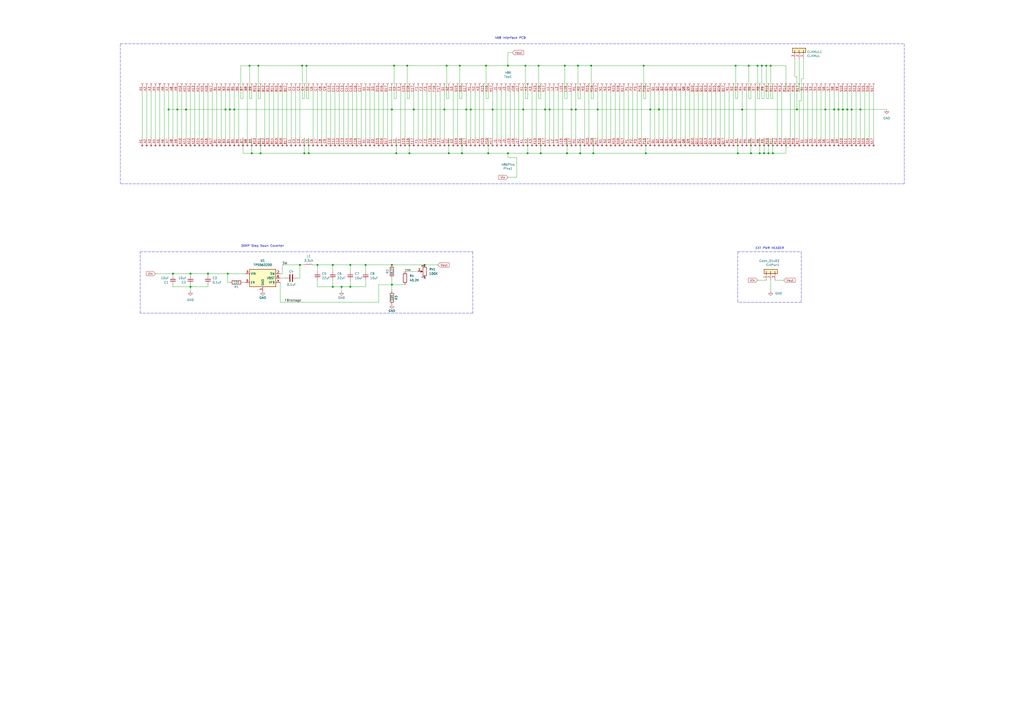
<source format=kicad_sch>
(kicad_sch (version 20211123) (generator eeschema)
  (paper "A2")
  (title_block (title "486SocketBlaster") (date "Jan 8 2023") (rev "0.3") (company "ScrapComputing"))
  (lib_symbols
    (symbol "486SocketBlaster:486Pins" (pin_names (offset 1.016) hide)
      (property "Reference" "J" (at 2.54 215.9 0))
      (property "Value" "486Pins" (at -5.08 1.27 0))
      (symbol "486Pins_1_1"
        (pin passive line (at 5.08 212.09 180) (length 3.81) (name "Pin_1") (number "A1"))
        (pin passive line (at 5.08 189.23 180) (length 3.81) (name "Pin_10") (number "A10"))
        (pin passive line (at 5.08 186.69 180) (length 3.81) (name "Pin_11") (number "A11"))
        (pin passive line (at 5.08 184.15 180) (length 3.81) (name "Pin_12") (number "A12"))
        (pin passive line (at 5.08 181.61 180) (length 3.81) (name "Pin_13") (number "A13"))
        (pin passive line (at 5.08 179.07 180) (length 3.81) (name "Pin_14") (number "A14"))
        (pin passive line (at 5.08 176.53 180) (length 3.81) (name "Pin_15") (number "A15"))
        (pin passive line (at 5.08 173.99 180) (length 3.81) (name "Pin_16") (number "A16"))
        (pin passive line (at 5.08 171.45 180) (length 3.81) (name "Pin_17") (number "A17"))
        (pin passive line (at 5.08 209.55 180) (length 3.81) (name "Pin_2") (number "A2"))
        (pin passive line (at 5.08 207.01 180) (length 3.81) (name "Pin_3") (number "A3"))
        (pin passive line (at 5.08 204.47 180) (length 3.81) (name "Pin_4") (number "A4"))
        (pin passive line (at 5.08 201.93 180) (length 3.81) (name "Pin_5") (number "A5"))
        (pin passive line (at 5.08 199.39 180) (length 3.81) (name "Pin_6") (number "A6"))
        (pin passive line (at 5.08 196.85 180) (length 3.81) (name "Pin_7") (number "A7"))
        (pin passive line (at 5.08 194.31 180) (length 3.81) (name "Pin_8") (number "A8"))
        (pin passive line (at 5.08 191.77 180) (length 3.81) (name "Pin_9") (number "A9"))
        (pin passive line (at 5.08 168.91 180) (length 3.81) (name "Pin_1") (number "B1"))
        (pin passive line (at 5.08 146.05 180) (length 3.81) (name "Pin_10") (number "B10"))
        (pin passive line (at 5.08 143.51 180) (length 3.81) (name "Pin_11") (number "B11"))
        (pin passive line (at 5.08 140.97 180) (length 3.81) (name "Pin_12") (number "B12"))
        (pin passive line (at 5.08 138.43 180) (length 3.81) (name "Pin_13") (number "B13"))
        (pin passive line (at 5.08 135.89 180) (length 3.81) (name "Pin_14") (number "B14"))
        (pin passive line (at 5.08 133.35 180) (length 3.81) (name "Pin_15") (number "B15"))
        (pin passive line (at 5.08 130.81 180) (length 3.81) (name "Pin_16") (number "B16"))
        (pin passive line (at 5.08 128.27 180) (length 3.81) (name "Pin_17") (number "B17"))
        (pin passive line (at 5.08 166.37 180) (length 3.81) (name "Pin_2") (number "B2"))
        (pin passive line (at 5.08 163.83 180) (length 3.81) (name "Pin_3") (number "B3"))
        (pin passive line (at 5.08 161.29 180) (length 3.81) (name "Pin_4") (number "B4"))
        (pin passive line (at 5.08 158.75 180) (length 3.81) (name "Pin_5") (number "B5"))
        (pin passive line (at 5.08 156.21 180) (length 3.81) (name "Pin_6") (number "B6"))
        (pin passive line (at 5.08 153.67 180) (length 3.81) (name "Pin_7") (number "B7"))
        (pin passive line (at 5.08 151.13 180) (length 3.81) (name "Pin_8") (number "B8"))
        (pin passive line (at 5.08 148.59 180) (length 3.81) (name "Pin_9") (number "B9"))
        (pin passive line (at 5.08 125.73 180) (length 3.81) (name "Pin_1") (number "C1"))
        (pin passive line (at 5.08 102.87 180) (length 3.81) (name "Pin_10") (number "C10"))
        (pin passive line (at 5.08 100.33 180) (length 3.81) (name "Pin_11") (number "C11"))
        (pin passive line (at 5.08 97.79 180) (length 3.81) (name "Pin_12") (number "C12"))
        (pin passive line (at 5.08 95.25 180) (length 3.81) (name "Pin_13") (number "C13"))
        (pin passive line (at 5.08 92.71 180) (length 3.81) (name "Pin_14") (number "C14"))
        (pin passive line (at 5.08 90.17 180) (length 3.81) (name "Pin_15") (number "C15"))
        (pin passive line (at 5.08 87.63 180) (length 3.81) (name "Pin_16") (number "C16"))
        (pin passive line (at 5.08 85.09 180) (length 3.81) (name "Pin_17") (number "C17"))
        (pin passive line (at 5.08 123.19 180) (length 3.81) (name "Pin_2") (number "C2"))
        (pin passive line (at 5.08 120.65 180) (length 3.81) (name "Pin_3") (number "C3"))
        (pin passive line (at 5.08 118.11 180) (length 3.81) (name "Pin_4") (number "C4"))
        (pin passive line (at 5.08 115.57 180) (length 3.81) (name "Pin_5") (number "C5"))
        (pin passive line (at 5.08 113.03 180) (length 3.81) (name "Pin_6") (number "C6"))
        (pin passive line (at 5.08 110.49 180) (length 3.81) (name "Pin_7") (number "C7"))
        (pin passive line (at 5.08 107.95 180) (length 3.81) (name "Pin_8") (number "C8"))
        (pin passive line (at 5.08 105.41 180) (length 3.81) (name "Pin_9") (number "C9"))
        (pin passive line (at 5.08 82.55 180) (length 3.81) (name "Pin_1") (number "D1"))
        (pin passive line (at 5.08 74.93 180) (length 3.81) (name "Pin_15") (number "D15"))
        (pin passive line (at 5.08 72.39 180) (length 3.81) (name "Pin_16") (number "D16"))
        (pin passive line (at 5.08 69.85 180) (length 3.81) (name "Pin_17") (number "D17"))
        (pin passive line (at 5.08 80.01 180) (length 3.81) (name "Pin_2") (number "D2"))
        (pin passive line (at 5.08 77.47 180) (length 3.81) (name "Pin_3") (number "D3"))
        (pin passive line (at 5.08 67.31 180) (length 3.81) (name "Pin_1") (number "E1"))
        (pin passive line (at 5.08 59.69 180) (length 3.81) (name "Pin_15") (number "E15"))
        (pin passive line (at 5.08 57.15 180) (length 3.81) (name "Pin_16") (number "E16"))
        (pin passive line (at 5.08 54.61 180) (length 3.81) (name "Pin_17") (number "E17"))
        (pin passive line (at 5.08 64.77 180) (length 3.81) (name "Pin_2") (number "E2"))
        (pin passive line (at 5.08 62.23 180) (length 3.81) (name "Pin_3") (number "E3"))
        (pin passive line (at 5.08 52.07 180) (length 3.81) (name "Pin_1") (number "F1"))
        (pin passive line (at 5.08 44.45 180) (length 3.81) (name "Pin_15") (number "F15"))
        (pin passive line (at 5.08 41.91 180) (length 3.81) (name "Pin_16") (number "F16"))
        (pin passive line (at 5.08 39.37 180) (length 3.81) (name "Pin_17") (number "F17"))
        (pin passive line (at 5.08 49.53 180) (length 3.81) (name "Pin_2") (number "F2"))
        (pin passive line (at 5.08 46.99 180) (length 3.81) (name "Pin_3") (number "F3"))
        (pin passive line (at 5.08 36.83 180) (length 3.81) (name "Pin_1") (number "G1"))
        (pin passive line (at 5.08 29.21 180) (length 3.81) (name "Pin_15") (number "G15"))
        (pin passive line (at 5.08 26.67 180) (length 3.81) (name "Pin_16") (number "G16"))
        (pin passive line (at 5.08 24.13 180) (length 3.81) (name "Pin_17") (number "G17"))
        (pin passive line (at 5.08 34.29 180) (length 3.81) (name "Pin_2") (number "G2"))
        (pin passive line (at 5.08 31.75 180) (length 3.81) (name "Pin_3") (number "G3"))
        (pin passive line (at 5.08 21.59 180) (length 3.81) (name "Pin_1") (number "H1"))
        (pin passive line (at 5.08 13.97 180) (length 3.81) (name "Pin_15") (number "H15"))
        (pin passive line (at 5.08 11.43 180) (length 3.81) (name "Pin_16") (number "H16"))
        (pin passive line (at 5.08 8.89 180) (length 3.81) (name "Pin_17") (number "H17"))
        (pin passive line (at 5.08 19.05 180) (length 3.81) (name "Pin_2") (number "H2"))
        (pin passive line (at 5.08 16.51 180) (length 3.81) (name "Pin_3") (number "H3"))
        (pin passive line (at 5.08 6.35 180) (length 3.81) (name "Pin_1") (number "J1"))
        (pin passive line (at 5.08 -1.27 180) (length 3.81) (name "Pin_15") (number "J15"))
        (pin passive line (at 5.08 -3.81 180) (length 3.81) (name "Pin_16") (number "J16"))
        (pin passive line (at 5.08 -6.35 180) (length 3.81) (name "Pin_17") (number "J17"))
        (pin passive line (at 5.08 3.81 180) (length 3.81) (name "Pin_2") (number "J2"))
        (pin passive line (at 5.08 1.27 180) (length 3.81) (name "Pin_3") (number "J3"))
        (pin passive line (at 5.08 -8.89 180) (length 3.81) (name "Pin_1") (number "K1"))
        (pin passive line (at 5.08 -16.51 180) (length 3.81) (name "Pin_15") (number "K15"))
        (pin passive line (at 5.08 -19.05 180) (length 3.81) (name "Pin_16") (number "K16"))
        (pin passive line (at 5.08 -21.59 180) (length 3.81) (name "Pin_17") (number "K17"))
        (pin passive line (at 5.08 -11.43 180) (length 3.81) (name "Pin_2") (number "K2"))
        (pin passive line (at 5.08 -13.97 180) (length 3.81) (name "Pin_3") (number "K3"))
        (pin passive line (at 5.08 -24.13 180) (length 3.81) (name "Pin_1") (number "L1"))
        (pin passive line (at 5.08 -31.75 180) (length 3.81) (name "Pin_15") (number "L15"))
        (pin passive line (at 5.08 -34.29 180) (length 3.81) (name "Pin_16") (number "L16"))
        (pin passive line (at 5.08 -36.83 180) (length 3.81) (name "Pin_17") (number "L17"))
        (pin passive line (at 5.08 -26.67 180) (length 3.81) (name "Pin_2") (number "L2"))
        (pin passive line (at 5.08 -29.21 180) (length 3.81) (name "Pin_3") (number "L3"))
        (pin passive line (at 5.08 -39.37 180) (length 3.81) (name "Pin_1") (number "M1"))
        (pin passive line (at 5.08 -46.99 180) (length 3.81) (name "Pin_15") (number "M15"))
        (pin passive line (at 5.08 -49.53 180) (length 3.81) (name "Pin_16") (number "M16"))
        (pin passive line (at 5.08 -52.07 180) (length 3.81) (name "Pin_17") (number "M17"))
        (pin passive line (at 5.08 -41.91 180) (length 3.81) (name "Pin_2") (number "M2"))
        (pin passive line (at 5.08 -44.45 180) (length 3.81) (name "Pin_3") (number "M3"))
        (pin passive line (at 5.08 -54.61 180) (length 3.81) (name "Pin_1") (number "N1"))
        (pin passive line (at 5.08 -62.23 180) (length 3.81) (name "Pin_15") (number "N15"))
        (pin passive line (at 5.08 -64.77 180) (length 3.81) (name "Pin_16") (number "N16"))
        (pin passive line (at 5.08 -67.31 180) (length 3.81) (name "Pin_17") (number "N17"))
        (pin passive line (at 5.08 -57.15 180) (length 3.81) (name "Pin_2") (number "N2"))
        (pin passive line (at 5.08 -59.69 180) (length 3.81) (name "Pin_3") (number "N3"))
        (pin passive line (at 5.08 -69.85 180) (length 3.81) (name "Pin_1") (number "P1"))
        (pin passive line (at 5.08 -77.47 180) (length 3.81) (name "Pin_15") (number "P15"))
        (pin passive line (at 5.08 -80.01 180) (length 3.81) (name "Pin_16") (number "P16"))
        (pin passive line (at 5.08 -82.55 180) (length 3.81) (name "Pin_17") (number "P17"))
        (pin passive line (at 5.08 -72.39 180) (length 3.81) (name "Pin_2") (number "P2"))
        (pin passive line (at 5.08 -74.93 180) (length 3.81) (name "Pin_3") (number "P3"))
        (pin passive line (at 5.08 -85.09 180) (length 3.81) (name "Pin_1") (number "Q1"))
        (pin passive line (at 5.08 -107.95 180) (length 3.81) (name "Pin_10") (number "Q10"))
        (pin passive line (at 5.08 -110.49 180) (length 3.81) (name "Pin_11") (number "Q11"))
        (pin passive line (at 5.08 -113.03 180) (length 3.81) (name "Pin_12") (number "Q12"))
        (pin passive line (at 5.08 -115.57 180) (length 3.81) (name "Pin_13") (number "Q13"))
        (pin passive line (at 5.08 -118.11 180) (length 3.81) (name "Pin_14") (number "Q14"))
        (pin passive line (at 5.08 -120.65 180) (length 3.81) (name "Pin_15") (number "Q15"))
        (pin passive line (at 5.08 -123.19 180) (length 3.81) (name "Pin_16") (number "Q16"))
        (pin passive line (at 5.08 -125.73 180) (length 3.81) (name "Pin_17") (number "Q17"))
        (pin passive line (at 5.08 -87.63 180) (length 3.81) (name "Pin_2") (number "Q2"))
        (pin passive line (at 5.08 -90.17 180) (length 3.81) (name "Pin_3") (number "Q3"))
        (pin passive line (at 5.08 -92.71 180) (length 3.81) (name "Pin_4") (number "Q4"))
        (pin passive line (at 5.08 -95.25 180) (length 3.81) (name "Pin_5") (number "Q5"))
        (pin passive line (at 5.08 -97.79 180) (length 3.81) (name "Pin_6") (number "Q6"))
        (pin passive line (at 5.08 -100.33 180) (length 3.81) (name "Pin_7") (number "Q7"))
        (pin passive line (at 5.08 -102.87 180) (length 3.81) (name "Pin_8") (number "Q8"))
        (pin passive line (at 5.08 -105.41 180) (length 3.81) (name "Pin_9") (number "Q9"))
        (pin passive line (at 5.08 -128.27 180) (length 3.81) (name "Pin_1") (number "R1"))
        (pin passive line (at 5.08 -151.13 180) (length 3.81) (name "Pin_10") (number "R10"))
        (pin passive line (at 5.08 -153.67 180) (length 3.81) (name "Pin_11") (number "R11"))
        (pin passive line (at 5.08 -156.21 180) (length 3.81) (name "Pin_12") (number "R12"))
        (pin passive line (at 5.08 -158.75 180) (length 3.81) (name "Pin_13") (number "R13"))
        (pin passive line (at 5.08 -161.29 180) (length 3.81) (name "Pin_14") (number "R14"))
        (pin passive line (at 5.08 -163.83 180) (length 3.81) (name "Pin_15") (number "R15"))
        (pin passive line (at 5.08 -166.37 180) (length 3.81) (name "Pin_16") (number "R16"))
        (pin passive line (at 5.08 -168.91 180) (length 3.81) (name "Pin_17") (number "R17"))
        (pin passive line (at 5.08 -130.81 180) (length 3.81) (name "Pin_2") (number "R2"))
        (pin passive line (at 5.08 -133.35 180) (length 3.81) (name "Pin_3") (number "R3"))
        (pin passive line (at 5.08 -135.89 180) (length 3.81) (name "Pin_4") (number "R4"))
        (pin passive line (at 5.08 -138.43 180) (length 3.81) (name "Pin_5") (number "R5"))
        (pin passive line (at 5.08 -140.97 180) (length 3.81) (name "Pin_6") (number "R6"))
        (pin passive line (at 5.08 -143.51 180) (length 3.81) (name "Pin_7") (number "R7"))
        (pin passive line (at 5.08 -146.05 180) (length 3.81) (name "Pin_8") (number "R8"))
        (pin passive line (at 5.08 -148.59 180) (length 3.81) (name "Pin_9") (number "R9"))
        (pin passive line (at 5.08 -171.45 180) (length 3.81) (name "Pin_1") (number "S1"))
        (pin passive line (at 5.08 -194.31 180) (length 3.81) (name "Pin_10") (number "S10"))
        (pin passive line (at 5.08 -196.85 180) (length 3.81) (name "Pin_11") (number "S11"))
        (pin passive line (at 5.08 -199.39 180) (length 3.81) (name "Pin_12") (number "S12"))
        (pin passive line (at 5.08 -201.93 180) (length 3.81) (name "Pin_13") (number "S13"))
        (pin passive line (at 5.08 -204.47 180) (length 3.81) (name "Pin_14") (number "S14"))
        (pin passive line (at 5.08 -207.01 180) (length 3.81) (name "Pin_15") (number "S15"))
        (pin passive line (at 5.08 -209.55 180) (length 3.81) (name "Pin_16") (number "S16"))
        (pin passive line (at 5.08 -212.09 180) (length 3.81) (name "Pin_17") (number "S17"))
        (pin passive line (at 5.08 -173.99 180) (length 3.81) (name "Pin_2") (number "S2"))
        (pin passive line (at 5.08 -176.53 180) (length 3.81) (name "Pin_3") (number "S3"))
        (pin passive line (at 5.08 -179.07 180) (length 3.81) (name "Pin_4") (number "S4"))
        (pin passive line (at 5.08 -181.61 180) (length 3.81) (name "Pin_5") (number "S5"))
        (pin passive line (at 5.08 -184.15 180) (length 3.81) (name "Pin_6") (number "S6"))
        (pin passive line (at 5.08 -186.69 180) (length 3.81) (name "Pin_7") (number "S7"))
        (pin passive line (at 5.08 -189.23 180) (length 3.81) (name "Pin_8") (number "S8"))
        (pin passive line (at 5.08 -191.77 180) (length 3.81) (name "Pin_9") (number "S9"))
      )
    )
    (symbol "486SocketBlaster:486Socket" (pin_names (offset 1.016) hide)
      (property "Reference" "J" (at 1.27 215.9 0))
      (property "Value" "486Socket" (at -7.62 1.27 0))
      (symbol "486Socket_1_1"
        (pin passive line (at 3.81 212.09 180) (length 3.81) (name "Pin_1") (number "A1"))
        (pin passive line (at 3.81 189.23 180) (length 3.81) (name "Pin_10") (number "A10"))
        (pin passive line (at 3.81 186.69 180) (length 3.81) (name "Pin_11") (number "A11"))
        (pin passive line (at 3.81 184.15 180) (length 3.81) (name "Pin_12") (number "A12"))
        (pin passive line (at 3.81 181.61 180) (length 3.81) (name "Pin_13") (number "A13"))
        (pin passive line (at 3.81 179.07 180) (length 3.81) (name "Pin_14") (number "A14"))
        (pin passive line (at 3.81 176.53 180) (length 3.81) (name "Pin_15") (number "A15"))
        (pin passive line (at 3.81 173.99 180) (length 3.81) (name "Pin_16") (number "A16"))
        (pin passive line (at 3.81 171.45 180) (length 3.81) (name "Pin_17") (number "A17"))
        (pin passive line (at 3.81 209.55 180) (length 3.81) (name "Pin_2") (number "A2"))
        (pin passive line (at 3.81 207.01 180) (length 3.81) (name "Pin_3") (number "A3"))
        (pin passive line (at 3.81 204.47 180) (length 3.81) (name "Pin_4") (number "A4"))
        (pin passive line (at 3.81 201.93 180) (length 3.81) (name "Pin_5") (number "A5"))
        (pin passive line (at 3.81 199.39 180) (length 3.81) (name "Pin_6") (number "A6"))
        (pin passive line (at 3.81 196.85 180) (length 3.81) (name "Pin_7") (number "A7"))
        (pin passive line (at 3.81 194.31 180) (length 3.81) (name "Pin_8") (number "A8"))
        (pin passive line (at 3.81 191.77 180) (length 3.81) (name "Pin_9") (number "A9"))
        (pin passive line (at 3.81 168.91 180) (length 3.81) (name "Pin_1") (number "B1"))
        (pin passive line (at 3.81 146.05 180) (length 3.81) (name "Pin_10") (number "B10"))
        (pin passive line (at 3.81 143.51 180) (length 3.81) (name "Pin_11") (number "B11"))
        (pin passive line (at 3.81 140.97 180) (length 3.81) (name "Pin_12") (number "B12"))
        (pin passive line (at 3.81 138.43 180) (length 3.81) (name "Pin_13") (number "B13"))
        (pin passive line (at 3.81 135.89 180) (length 3.81) (name "Pin_14") (number "B14"))
        (pin passive line (at 3.81 133.35 180) (length 3.81) (name "Pin_15") (number "B15"))
        (pin passive line (at 3.81 130.81 180) (length 3.81) (name "Pin_16") (number "B16"))
        (pin passive line (at 3.81 128.27 180) (length 3.81) (name "Pin_17") (number "B17"))
        (pin passive line (at 3.81 166.37 180) (length 3.81) (name "Pin_2") (number "B2"))
        (pin passive line (at 3.81 163.83 180) (length 3.81) (name "Pin_3") (number "B3"))
        (pin passive line (at 3.81 161.29 180) (length 3.81) (name "Pin_4") (number "B4"))
        (pin passive line (at 3.81 158.75 180) (length 3.81) (name "Pin_5") (number "B5"))
        (pin passive line (at 3.81 156.21 180) (length 3.81) (name "Pin_6") (number "B6"))
        (pin passive line (at 3.81 153.67 180) (length 3.81) (name "Pin_7") (number "B7"))
        (pin passive line (at 3.81 151.13 180) (length 3.81) (name "Pin_8") (number "B8"))
        (pin passive line (at 3.81 148.59 180) (length 3.81) (name "Pin_9") (number "B9"))
        (pin passive line (at 3.81 125.73 180) (length 3.81) (name "Pin_1") (number "C1"))
        (pin passive line (at 3.81 102.87 180) (length 3.81) (name "Pin_10") (number "C10"))
        (pin passive line (at 3.81 100.33 180) (length 3.81) (name "Pin_11") (number "C11"))
        (pin passive line (at 3.81 97.79 180) (length 3.81) (name "Pin_12") (number "C12"))
        (pin passive line (at 3.81 95.25 180) (length 3.81) (name "Pin_13") (number "C13"))
        (pin passive line (at 3.81 92.71 180) (length 3.81) (name "Pin_14") (number "C14"))
        (pin passive line (at 3.81 90.17 180) (length 3.81) (name "Pin_15") (number "C15"))
        (pin passive line (at 3.81 87.63 180) (length 3.81) (name "Pin_16") (number "C16"))
        (pin passive line (at 3.81 85.09 180) (length 3.81) (name "Pin_17") (number "C17"))
        (pin passive line (at 3.81 123.19 180) (length 3.81) (name "Pin_2") (number "C2"))
        (pin passive line (at 3.81 120.65 180) (length 3.81) (name "Pin_3") (number "C3"))
        (pin passive line (at 3.81 118.11 180) (length 3.81) (name "Pin_4") (number "C4"))
        (pin passive line (at 3.81 115.57 180) (length 3.81) (name "Pin_5") (number "C5"))
        (pin passive line (at 3.81 113.03 180) (length 3.81) (name "Pin_6") (number "C6"))
        (pin passive line (at 3.81 110.49 180) (length 3.81) (name "Pin_7") (number "C7"))
        (pin passive line (at 3.81 107.95 180) (length 3.81) (name "Pin_8") (number "C8"))
        (pin passive line (at 3.81 105.41 180) (length 3.81) (name "Pin_9") (number "C9"))
        (pin passive line (at 3.81 82.55 180) (length 3.81) (name "Pin_1") (number "D1"))
        (pin passive line (at 3.81 74.93 180) (length 3.81) (name "Pin_15") (number "D15"))
        (pin passive line (at 3.81 72.39 180) (length 3.81) (name "Pin_16") (number "D16"))
        (pin passive line (at 3.81 69.85 180) (length 3.81) (name "Pin_17") (number "D17"))
        (pin passive line (at 3.81 80.01 180) (length 3.81) (name "Pin_2") (number "D2"))
        (pin passive line (at 3.81 77.47 180) (length 3.81) (name "Pin_3") (number "D3"))
        (pin passive line (at 3.81 67.31 180) (length 3.81) (name "Pin_1") (number "E1"))
        (pin passive line (at 3.81 59.69 180) (length 3.81) (name "Pin_15") (number "E15"))
        (pin passive line (at 3.81 57.15 180) (length 3.81) (name "Pin_16") (number "E16"))
        (pin passive line (at 3.81 54.61 180) (length 3.81) (name "Pin_17") (number "E17"))
        (pin passive line (at 3.81 64.77 180) (length 3.81) (name "Pin_2") (number "E2"))
        (pin passive line (at 3.81 62.23 180) (length 3.81) (name "Pin_3") (number "E3"))
        (pin passive line (at 3.81 52.07 180) (length 3.81) (name "Pin_1") (number "F1"))
        (pin passive line (at 3.81 44.45 180) (length 3.81) (name "Pin_15") (number "F15"))
        (pin passive line (at 3.81 41.91 180) (length 3.81) (name "Pin_16") (number "F16"))
        (pin passive line (at 3.81 39.37 180) (length 3.81) (name "Pin_17") (number "F17"))
        (pin passive line (at 3.81 49.53 180) (length 3.81) (name "Pin_2") (number "F2"))
        (pin passive line (at 3.81 46.99 180) (length 3.81) (name "Pin_3") (number "F3"))
        (pin passive line (at 3.81 36.83 180) (length 3.81) (name "Pin_1") (number "G1"))
        (pin passive line (at 3.81 29.21 180) (length 3.81) (name "Pin_15") (number "G15"))
        (pin passive line (at 3.81 26.67 180) (length 3.81) (name "Pin_16") (number "G16"))
        (pin passive line (at 3.81 24.13 180) (length 3.81) (name "Pin_17") (number "G17"))
        (pin passive line (at 3.81 34.29 180) (length 3.81) (name "Pin_2") (number "G2"))
        (pin passive line (at 3.81 31.75 180) (length 3.81) (name "Pin_3") (number "G3"))
        (pin passive line (at 3.81 21.59 180) (length 3.81) (name "Pin_1") (number "H1"))
        (pin passive line (at 3.81 13.97 180) (length 3.81) (name "Pin_15") (number "H15"))
        (pin passive line (at 3.81 11.43 180) (length 3.81) (name "Pin_16") (number "H16"))
        (pin passive line (at 3.81 8.89 180) (length 3.81) (name "Pin_17") (number "H17"))
        (pin passive line (at 3.81 19.05 180) (length 3.81) (name "Pin_2") (number "H2"))
        (pin passive line (at 3.81 16.51 180) (length 3.81) (name "Pin_3") (number "H3"))
        (pin passive line (at 3.81 6.35 180) (length 3.81) (name "Pin_1") (number "J1"))
        (pin passive line (at 3.81 -1.27 180) (length 3.81) (name "Pin_15") (number "J15"))
        (pin passive line (at 3.81 -3.81 180) (length 3.81) (name "Pin_16") (number "J16"))
        (pin passive line (at 3.81 -6.35 180) (length 3.81) (name "Pin_17") (number "J17"))
        (pin passive line (at 3.81 3.81 180) (length 3.81) (name "Pin_2") (number "J2"))
        (pin passive line (at 3.81 1.27 180) (length 3.81) (name "Pin_3") (number "J3"))
        (pin passive line (at 3.81 -8.89 180) (length 3.81) (name "Pin_1") (number "K1"))
        (pin passive line (at 3.81 -16.51 180) (length 3.81) (name "Pin_15") (number "K15"))
        (pin passive line (at 3.81 -19.05 180) (length 3.81) (name "Pin_16") (number "K16"))
        (pin passive line (at 3.81 -21.59 180) (length 3.81) (name "Pin_17") (number "K17"))
        (pin passive line (at 3.81 -11.43 180) (length 3.81) (name "Pin_2") (number "K2"))
        (pin passive line (at 3.81 -13.97 180) (length 3.81) (name "Pin_3") (number "K3"))
        (pin passive line (at 3.81 -24.13 180) (length 3.81) (name "Pin_1") (number "L1"))
        (pin passive line (at 3.81 -31.75 180) (length 3.81) (name "Pin_15") (number "L15"))
        (pin passive line (at 3.81 -34.29 180) (length 3.81) (name "Pin_16") (number "L16"))
        (pin passive line (at 3.81 -36.83 180) (length 3.81) (name "Pin_17") (number "L17"))
        (pin passive line (at 3.81 -26.67 180) (length 3.81) (name "Pin_2") (number "L2"))
        (pin passive line (at 3.81 -29.21 180) (length 3.81) (name "Pin_3") (number "L3"))
        (pin passive line (at 3.81 -39.37 180) (length 3.81) (name "Pin_1") (number "M1"))
        (pin passive line (at 3.81 -46.99 180) (length 3.81) (name "Pin_15") (number "M15"))
        (pin passive line (at 3.81 -49.53 180) (length 3.81) (name "Pin_16") (number "M16"))
        (pin passive line (at 3.81 -52.07 180) (length 3.81) (name "Pin_17") (number "M17"))
        (pin passive line (at 3.81 -41.91 180) (length 3.81) (name "Pin_2") (number "M2"))
        (pin passive line (at 3.81 -44.45 180) (length 3.81) (name "Pin_3") (number "M3"))
        (pin passive line (at 3.81 -54.61 180) (length 3.81) (name "Pin_1") (number "N1"))
        (pin passive line (at 3.81 -62.23 180) (length 3.81) (name "Pin_15") (number "N15"))
        (pin passive line (at 3.81 -64.77 180) (length 3.81) (name "Pin_16") (number "N16"))
        (pin passive line (at 3.81 -67.31 180) (length 3.81) (name "Pin_17") (number "N17"))
        (pin passive line (at 3.81 -57.15 180) (length 3.81) (name "Pin_2") (number "N2"))
        (pin passive line (at 3.81 -59.69 180) (length 3.81) (name "Pin_3") (number "N3"))
        (pin passive line (at 3.81 -69.85 180) (length 3.81) (name "Pin_1") (number "P1"))
        (pin passive line (at 3.81 -77.47 180) (length 3.81) (name "Pin_15") (number "P15"))
        (pin passive line (at 3.81 -80.01 180) (length 3.81) (name "Pin_16") (number "P16"))
        (pin passive line (at 3.81 -82.55 180) (length 3.81) (name "Pin_17") (number "P17"))
        (pin passive line (at 3.81 -72.39 180) (length 3.81) (name "Pin_2") (number "P2"))
        (pin passive line (at 3.81 -74.93 180) (length 3.81) (name "Pin_3") (number "P3"))
        (pin passive line (at 3.81 -85.09 180) (length 3.81) (name "Pin_1") (number "Q1"))
        (pin passive line (at 3.81 -107.95 180) (length 3.81) (name "Pin_10") (number "Q10"))
        (pin passive line (at 3.81 -110.49 180) (length 3.81) (name "Pin_11") (number "Q11"))
        (pin passive line (at 3.81 -113.03 180) (length 3.81) (name "Pin_12") (number "Q12"))
        (pin passive line (at 3.81 -115.57 180) (length 3.81) (name "Pin_13") (number "Q13"))
        (pin passive line (at 3.81 -118.11 180) (length 3.81) (name "Pin_14") (number "Q14"))
        (pin passive line (at 3.81 -120.65 180) (length 3.81) (name "Pin_15") (number "Q15"))
        (pin passive line (at 3.81 -123.19 180) (length 3.81) (name "Pin_16") (number "Q16"))
        (pin passive line (at 3.81 -125.73 180) (length 3.81) (name "Pin_17") (number "Q17"))
        (pin passive line (at 3.81 -87.63 180) (length 3.81) (name "Pin_2") (number "Q2"))
        (pin passive line (at 3.81 -90.17 180) (length 3.81) (name "Pin_3") (number "Q3"))
        (pin passive line (at 3.81 -92.71 180) (length 3.81) (name "Pin_4") (number "Q4"))
        (pin passive line (at 3.81 -95.25 180) (length 3.81) (name "Pin_5") (number "Q5"))
        (pin passive line (at 3.81 -97.79 180) (length 3.81) (name "Pin_6") (number "Q6"))
        (pin passive line (at 3.81 -100.33 180) (length 3.81) (name "Pin_7") (number "Q7"))
        (pin passive line (at 3.81 -102.87 180) (length 3.81) (name "Pin_8") (number "Q8"))
        (pin passive line (at 3.81 -105.41 180) (length 3.81) (name "Pin_9") (number "Q9"))
        (pin passive line (at 3.81 -128.27 180) (length 3.81) (name "Pin_1") (number "R1"))
        (pin passive line (at 3.81 -151.13 180) (length 3.81) (name "Pin_10") (number "R10"))
        (pin passive line (at 3.81 -153.67 180) (length 3.81) (name "Pin_11") (number "R11"))
        (pin passive line (at 3.81 -156.21 180) (length 3.81) (name "Pin_12") (number "R12"))
        (pin passive line (at 3.81 -158.75 180) (length 3.81) (name "Pin_13") (number "R13"))
        (pin passive line (at 3.81 -161.29 180) (length 3.81) (name "Pin_14") (number "R14"))
        (pin passive line (at 3.81 -163.83 180) (length 3.81) (name "Pin_15") (number "R15"))
        (pin passive line (at 3.81 -166.37 180) (length 3.81) (name "Pin_16") (number "R16"))
        (pin passive line (at 3.81 -168.91 180) (length 3.81) (name "Pin_17") (number "R17"))
        (pin passive line (at 3.81 -130.81 180) (length 3.81) (name "Pin_2") (number "R2"))
        (pin passive line (at 3.81 -133.35 180) (length 3.81) (name "Pin_3") (number "R3"))
        (pin passive line (at 3.81 -135.89 180) (length 3.81) (name "Pin_4") (number "R4"))
        (pin passive line (at 3.81 -138.43 180) (length 3.81) (name "Pin_5") (number "R5"))
        (pin passive line (at 3.81 -140.97 180) (length 3.81) (name "Pin_6") (number "R6"))
        (pin passive line (at 3.81 -143.51 180) (length 3.81) (name "Pin_7") (number "R7"))
        (pin passive line (at 3.81 -146.05 180) (length 3.81) (name "Pin_8") (number "R8"))
        (pin passive line (at 3.81 -148.59 180) (length 3.81) (name "Pin_9") (number "R9"))
        (pin passive line (at 3.81 -171.45 180) (length 3.81) (name "Pin_1") (number "S1"))
        (pin passive line (at 3.81 -194.31 180) (length 3.81) (name "Pin_10") (number "S10"))
        (pin passive line (at 3.81 -196.85 180) (length 3.81) (name "Pin_11") (number "S11"))
        (pin passive line (at 3.81 -199.39 180) (length 3.81) (name "Pin_12") (number "S12"))
        (pin passive line (at 3.81 -201.93 180) (length 3.81) (name "Pin_13") (number "S13"))
        (pin passive line (at 3.81 -204.47 180) (length 3.81) (name "Pin_14") (number "S14"))
        (pin passive line (at 3.81 -207.01 180) (length 3.81) (name "Pin_15") (number "S15"))
        (pin passive line (at 3.81 -209.55 180) (length 3.81) (name "Pin_16") (number "S16"))
        (pin passive line (at 3.81 -212.09 180) (length 3.81) (name "Pin_17") (number "S17"))
        (pin passive line (at 3.81 -173.99 180) (length 3.81) (name "Pin_2") (number "S2"))
        (pin passive line (at 3.81 -176.53 180) (length 3.81) (name "Pin_3") (number "S3"))
        (pin passive line (at 3.81 -179.07 180) (length 3.81) (name "Pin_4") (number "S4"))
        (pin passive line (at 3.81 -181.61 180) (length 3.81) (name "Pin_5") (number "S5"))
        (pin passive line (at 3.81 -184.15 180) (length 3.81) (name "Pin_6") (number "S6"))
        (pin passive line (at 3.81 -186.69 180) (length 3.81) (name "Pin_7") (number "S7"))
        (pin passive line (at 3.81 -189.23 180) (length 3.81) (name "Pin_8") (number "S8"))
        (pin passive line (at 3.81 -191.77 180) (length 3.81) (name "Pin_9") (number "S9"))
      )
    )
    (symbol "Connector_Generic:Conn_01x03" (pin_names (offset 1.016) hide)
      (property "Reference" "J" (at 0 5.08 0))
      (property "Value" "Conn_01x03" (at 0 -5.08 0))
      (symbol "Conn_01x03_1_1"
        (pin passive line (at -5.08 2.54 0) (length 3.81) (name "Pin_1") (number "1"))
        (pin passive line (at -5.08 0 0) (length 3.81) (name "Pin_2") (number "2"))
        (pin passive line (at -5.08 -2.54 0) (length 3.81) (name "Pin_3") (number "3"))
      )
    )
    (symbol "Device:C" (pin_numbers hide) (pin_names (offset 0.254))
      (property "Reference" "C" (at 0.635 2.54 0))
      (property "Value" "C" (at 0.635 -2.54 0))
      (symbol "C_1_1"
        (pin passive line (at 0 3.81 270) (length 2.794) (name "~") (number "1"))
        (pin passive line (at 0 -3.81 90) (length 2.794) (name "~") (number "2"))
      )
    )
    (symbol "Device:C_Small" (pin_numbers hide) (pin_names (offset 0.254) hide)
      (property "Reference" "C" (at 0.254 1.778 0))
      (property "Value" "C_Small" (at 0.254 -2.032 0))
      (symbol "C_Small_1_1"
        (pin passive line (at 0 2.54 270) (length 2.032) (name "~") (number "1"))
        (pin passive line (at 0 -2.54 90) (length 2.032) (name "~") (number "2"))
      )
    )
    (symbol "Device:L_Small" (pin_numbers hide) (pin_names (offset 0.254) hide)
      (property "Reference" "L" (at 0.762 1.016 0))
      (property "Value" "L_Small" (at 0.762 -1.016 0))
      (symbol "L_Small_1_1"
        (pin passive line (at 0 2.54 270) (length 0.508) (name "~") (number "1"))
        (pin passive line (at 0 -2.54 90) (length 0.508) (name "~") (number "2"))
      )
    )
    (symbol "Device:R" (pin_numbers hide) (pin_names (offset 0))
      (property "Reference" "R" (at 2.032 0 90))
      (property "Value" "R" (at 0 0 90))
      (symbol "R_1_1"
        (pin passive line (at 0 3.81 270) (length 1.27) (name "~") (number "1"))
        (pin passive line (at 0 -3.81 90) (length 1.27) (name "~") (number "2"))
      )
    )
    (symbol "Device:R_Potentiometer" (pin_names (offset 1.016) hide)
      (property "Reference" "RV" (at -4.445 0 90))
      (property "Value" "R_Potentiometer" (at -2.54 0 90))
      (symbol "R_Potentiometer_1_1"
        (pin passive line (at 0 3.81 270) (length 1.27) (name "1") (number "1"))
        (pin passive line (at 3.81 0 180) (length 1.27) (name "2") (number "2"))
        (pin passive line (at 0 -3.81 90) (length 1.27) (name "3") (number "3"))
      )
    )
    (symbol "Regulator_Switching:TPS563200"
      (property "Reference" "U" (at -7.62 6.35 0))
      (property "Value" "TPS563200" (at -2.54 6.35 0))
      (symbol "TPS563200_1_1"
        (pin power_in line (at 0 -7.62 90) (length 2.54) (name "GND") (number "1"))
        (pin output line (at 10.16 2.54 180) (length 2.54) (name "SW") (number "2"))
        (pin power_in line (at -10.16 2.54 0) (length 2.54) (name "VIN") (number "3"))
        (pin input line (at 10.16 -2.54 180) (length 2.54) (name "VFB") (number "4"))
        (pin input line (at -10.16 -2.54 0) (length 2.54) (name "EN") (number "5"))
        (pin passive line (at 10.16 0 180) (length 2.54) (name "VBST") (number "6"))
      )
    )
    (symbol "power:GND" (power) (pin_names (offset 0))
      (property "Value" "GND" (at 0 -3.81 0))
      (symbol "GND_1_1"
        (pin power_in line (at 0 0 270) (length 0) hide (name "GND") (number "1"))
      )
    )
  )
  (junction (at 135.89 63.5))
  (junction (at 427.99 88.9))
  (junction (at 444.5 38.1))
  (junction (at 266.7 38.1))
  (junction (at 203.2 153.67))
  (junction (at 130.81 63.5))
  (junction (at 488.95 63.5))
  (junction (at 246.38 153.67))
  (junction (at 285.75 63.5))
  (junction (at 312.42 38.1))
  (junction (at 344.17 88.9))
  (junction (at 443.23 88.9))
  (junction (at 328.93 88.9))
  (junction (at 313.69 88.9))
  (junction (at 203.2 166.37))
  (junction (at 306.07 88.9))
  (junction (at 331.47 63.5))
  (junction (at 377.19 63.5))
  (junction (at 486.41 63.5))
  (junction (at 227.33 63.5))
  (junction (at 151.13 88.9))
  (junction (at 318.77 63.5))
  (junction (at 483.87 63.5))
  (junction (at 267.97 88.9))
  (junction (at 283.21 88.9))
  (junction (at 110.49 158.75))
  (junction (at 294.64 88.9))
  (junction (at 435.61 88.9))
  (junction (at 237.49 88.9))
  (junction (at 193.04 153.67))
  (junction (at 228.6 38.1))
  (junction (at 491.49 63.5))
  (junction (at 447.04 38.1))
  (junction (at 439.42 38.1))
  (junction (at 445.77 88.9))
  (junction (at 430.53 63.5))
  (junction (at 176.53 88.9))
  (junction (at 149.86 38.1))
  (junction (at 173.99 153.67))
  (junction (at 110.49 166.37))
  (junction (at 434.34 38.1))
  (junction (at 335.28 38.1))
  (junction (at 227.33 165.1))
  (junction (at 441.96 38.1))
  (junction (at 334.01 63.5))
  (junction (at 177.8 38.1))
  (junction (at 198.12 166.37))
  (junction (at 236.22 38.1))
  (junction (at 184.15 153.67))
  (junction (at 120.65 158.75))
  (junction (at 257.81 63.5))
  (junction (at 440.69 88.9))
  (junction (at 426.72 38.1))
  (junction (at 133.35 63.5))
  (junction (at 102.87 63.5))
  (junction (at 374.65 88.9))
  (junction (at 273.05 63.5))
  (junction (at 462.28 63.5))
  (junction (at 327.66 38.1))
  (junction (at 303.53 63.5))
  (junction (at 499.11 63.5))
  (junction (at 270.51 63.5))
  (junction (at 304.8 38.1))
  (junction (at 260.35 88.9))
  (junction (at 175.26 38.1))
  (junction (at 144.78 38.1))
  (junction (at 342.9 38.1))
  (junction (at 336.55 88.9))
  (junction (at 448.31 88.9))
  (junction (at 382.27 63.5))
  (junction (at 179.07 88.9))
  (junction (at 107.95 63.5))
  (junction (at 193.04 166.37))
  (junction (at 132.08 158.75))
  (junction (at 373.38 38.1))
  (junction (at 240.03 63.5))
  (junction (at 494.03 63.5))
  (junction (at 212.09 153.67))
  (junction (at 316.23 63.5))
  (junction (at 346.71 63.5))
  (junction (at 229.87 88.9))
  (junction (at 100.33 158.75))
  (junction (at 259.08 38.1))
  (junction (at 294.64 38.1))
  (junction (at 146.05 88.9))
  (junction (at 478.79 63.5))
  (junction (at 227.33 153.67))
  (junction (at 97.79 63.5))
  (junction (at 281.94 38.1))
  (no_connect (at 246.38 161.29))
  (wire (pts (xy 430.53 63.5) (xy 430.53 53.34)))
  (wire (pts (xy 483.87 63.5) (xy 486.41 63.5)))
  (wire (pts (xy 316.23 63.5) (xy 316.23 80.01)))
  (wire (pts (xy 184.15 153.67) (xy 184.15 157.48)))
  (wire (pts (xy 434.34 57.15) (xy 435.61 57.15)))
  (wire (pts (xy 382.27 63.5) (xy 382.27 53.34)))
  (wire (pts (xy 102.87 80.01) (xy 102.87 63.5)))
  (wire (pts (xy 351.79 53.34) (xy 351.79 80.01)))
  (wire (pts (xy 151.13 80.01) (xy 151.13 88.9)))
  (wire (pts (xy 367.03 53.34) (xy 367.03 80.01)))
  (wire (pts (xy 110.49 53.34) (xy 110.49 80.01)))
  (wire (pts (xy 260.35 88.9) (xy 267.97 88.9)))
  (wire (pts (xy 443.23 80.01) (xy 443.23 88.9)))
  (wire (pts (xy 427.99 57.15) (xy 427.99 53.34)))
  (wire (pts (xy 486.41 80.01) (xy 486.41 63.5)))
  (wire (pts (xy 488.95 63.5) (xy 488.95 80.01)))
  (wire (pts (xy 135.89 63.5) (xy 227.33 63.5)))
  (polyline (pts (xy 69.85 25.4) (xy 524.51 25.4)))
  (wire (pts (xy 139.7 57.15) (xy 140.97 57.15)))
  (wire (pts (xy 173.99 53.34) (xy 173.99 80.01)))
  (wire (pts (xy 130.81 63.5) (xy 133.35 63.5)))
  (wire (pts (xy 125.73 80.01) (xy 125.73 53.34)))
  (wire (pts (xy 373.38 38.1) (xy 426.72 38.1)))
  (wire (pts (xy 242.57 53.34) (xy 242.57 80.01)))
  (wire (pts (xy 90.17 80.01) (xy 90.17 53.34)))
  (wire (pts (xy 334.01 63.5) (xy 334.01 53.34)))
  (wire (pts (xy 466.09 34.29) (xy 466.09 45.72)))
  (wire (pts (xy 462.28 63.5) (xy 478.79 63.5)))
  (wire (pts (xy 281.94 57.15) (xy 283.21 57.15)))
  (wire (pts (xy 412.75 53.34) (xy 412.75 80.01)))
  (wire (pts (xy 177.8 57.15) (xy 177.8 38.1)))
  (wire (pts (xy 199.39 53.34) (xy 199.39 80.01)))
  (wire (pts (xy 499.11 63.5) (xy 514.35 63.5)))
  (wire (pts (xy 304.8 38.1) (xy 312.42 38.1)))
  (wire (pts (xy 334.01 63.5) (xy 346.71 63.5)))
  (wire (pts (xy 234.95 53.34) (xy 234.95 80.01)))
  (wire (pts (xy 321.31 53.34) (xy 321.31 80.01)))
  (wire (pts (xy 186.69 80.01) (xy 186.69 53.34)))
  (wire (pts (xy 161.29 80.01) (xy 161.29 53.34)))
  (wire (pts (xy 110.49 166.37) (xy 120.65 166.37)))
  (wire (pts (xy 344.17 80.01) (xy 344.17 88.9)))
  (wire (pts (xy 394.97 80.01) (xy 394.97 53.34)))
  (wire (pts (xy 336.55 88.9) (xy 344.17 88.9)))
  (wire (pts (xy 113.03 80.01) (xy 113.03 53.34)))
  (wire (pts (xy 193.04 166.37) (xy 198.12 166.37)))
  (wire (pts (xy 306.07 80.01) (xy 306.07 88.9)))
  (wire (pts (xy 189.23 53.34) (xy 189.23 80.01)))
  (wire (pts (xy 400.05 80.01) (xy 400.05 53.34)))
  (wire (pts (xy 135.89 63.5) (xy 135.89 80.01)))
  (wire (pts (xy 427.99 88.9) (xy 435.61 88.9)))
  (wire (pts (xy 227.33 168.91) (xy 227.33 165.1)))
  (wire (pts (xy 270.51 63.5) (xy 270.51 53.34)))
  (wire (pts (xy 504.19 80.01) (xy 504.19 53.34)))
  (wire (pts (xy 374.65 57.15) (xy 374.65 53.34)))
  (wire (pts (xy 397.51 53.34) (xy 397.51 80.01)))
  (wire (pts (xy 110.49 158.75) (xy 110.49 160.02)))
  (wire (pts (xy 107.95 63.5) (xy 130.81 63.5)))
  (wire (pts (xy 461.01 44.45) (xy 462.28 44.45)))
  (wire (pts (xy 435.61 88.9) (xy 440.69 88.9)))
  (wire (pts (xy 359.41 80.01) (xy 359.41 53.34)))
  (wire (pts (xy 435.61 80.01) (xy 435.61 88.9)))
  (wire (pts (xy 339.09 53.34) (xy 339.09 80.01)))
  (wire (pts (xy 478.79 63.5) (xy 478.79 80.01)))
  (wire (pts (xy 430.53 63.5) (xy 430.53 80.01)))
  (wire (pts (xy 203.2 153.67) (xy 212.09 153.67)))
  (wire (pts (xy 294.64 88.9) (xy 294.64 91.44)))
  (wire (pts (xy 100.33 80.01) (xy 100.33 53.34)))
  (wire (pts (xy 198.12 166.37) (xy 203.2 166.37)))
  (wire (pts (xy 331.47 63.5) (xy 331.47 80.01)))
  (wire (pts (xy 295.91 53.34) (xy 295.91 80.01)))
  (wire (pts (xy 285.75 53.34) (xy 285.75 63.5)))
  (wire (pts (xy 181.61 153.67) (xy 184.15 153.67)))
  (wire (pts (xy 303.53 63.5) (xy 316.23 63.5)))
  (wire (pts (xy 444.5 57.15) (xy 445.77 57.15)))
  (wire (pts (xy 262.89 80.01) (xy 262.89 53.34)))
  (wire (pts (xy 273.05 53.34) (xy 273.05 63.5)))
  (wire (pts (xy 294.64 30.48) (xy 294.64 38.1)))
  (wire (pts (xy 462.28 44.45) (xy 462.28 63.5)))
  (wire (pts (xy 506.73 53.34) (xy 506.73 80.01)))
  (wire (pts (xy 229.87 57.15) (xy 229.87 53.34)))
  (wire (pts (xy 312.42 38.1) (xy 312.42 57.15)))
  (wire (pts (xy 430.53 63.5) (xy 462.28 63.5)))
  (wire (pts (xy 389.89 53.34) (xy 389.89 80.01)))
  (wire (pts (xy 162.56 158.75) (xy 163.83 158.75)))
  (wire (pts (xy 97.79 53.34) (xy 97.79 63.5)))
  (wire (pts (xy 140.97 57.15) (xy 140.97 53.34)))
  (wire (pts (xy 266.7 57.15) (xy 267.97 57.15)))
  (wire (pts (xy 405.13 53.34) (xy 405.13 80.01)))
  (wire (pts (xy 219.71 165.1) (xy 227.33 165.1)))
  (wire (pts (xy 483.87 63.5) (xy 483.87 53.34)))
  (wire (pts (xy 173.99 153.67) (xy 173.99 161.29)))
  (wire (pts (xy 163.83 153.67) (xy 173.99 153.67)))
  (wire (pts (xy 128.27 53.34) (xy 128.27 80.01)))
  (wire (pts (xy 181.61 80.01) (xy 181.61 53.34)))
  (wire (pts (xy 250.19 80.01) (xy 250.19 53.34)))
  (wire (pts (xy 162.56 163.83) (xy 162.56 175.26)))
  (wire (pts (xy 448.31 80.01) (xy 448.31 88.9)))
  (wire (pts (xy 377.19 63.5) (xy 382.27 63.5)))
  (wire (pts (xy 335.28 57.15) (xy 335.28 38.1)))
  (polyline (pts (xy 274.32 181.61) (xy 81.28 181.61)))
  (wire (pts (xy 426.72 57.15) (xy 427.99 57.15)))
  (wire (pts (xy 140.97 88.9) (xy 146.05 88.9)))
  (wire (pts (xy 97.79 63.5) (xy 97.79 80.01)))
  (wire (pts (xy 283.21 57.15) (xy 283.21 53.34)))
  (wire (pts (xy 133.35 63.5) (xy 133.35 53.34)))
  (wire (pts (xy 193.04 153.67) (xy 193.04 157.48)))
  (wire (pts (xy 461.01 34.29) (xy 461.01 44.45)))
  (wire (pts (xy 488.95 63.5) (xy 488.95 53.34)))
  (wire (pts (xy 267.97 88.9) (xy 283.21 88.9)))
  (wire (pts (xy 175.26 38.1) (xy 175.26 57.15)))
  (wire (pts (xy 344.17 57.15) (xy 344.17 53.34)))
  (wire (pts (xy 203.2 166.37) (xy 212.09 166.37)))
  (wire (pts (xy 298.45 80.01) (xy 298.45 53.34)))
  (wire (pts (xy 100.33 158.75) (xy 110.49 158.75)))
  (wire (pts (xy 290.83 53.34) (xy 290.83 80.01)))
  (wire (pts (xy 377.19 63.5) (xy 377.19 80.01)))
  (wire (pts (xy 281.94 38.1) (xy 281.94 57.15)))
  (wire (pts (xy 270.51 63.5) (xy 273.05 63.5)))
  (wire (pts (xy 463.55 58.42) (xy 464.82 58.42)))
  (wire (pts (xy 257.81 63.5) (xy 270.51 63.5)))
  (wire (pts (xy 331.47 63.5) (xy 334.01 63.5)))
  (wire (pts (xy 379.73 53.34) (xy 379.73 80.01)))
  (wire (pts (xy 118.11 53.34) (xy 118.11 80.01)))
  (polyline (pts (xy 427.99 146.05) (xy 464.82 146.05)))
  (wire (pts (xy 434.34 38.1) (xy 439.42 38.1)))
  (wire (pts (xy 283.21 88.9) (xy 294.64 88.9)))
  (wire (pts (xy 433.07 53.34) (xy 433.07 80.01)))
  (wire (pts (xy 229.87 88.9) (xy 237.49 88.9)))
  (wire (pts (xy 212.09 153.67) (xy 227.33 153.67)))
  (wire (pts (xy 463.55 34.29) (xy 463.55 53.34)))
  (wire (pts (xy 496.57 53.34) (xy 496.57 80.01)))
  (wire (pts (xy 318.77 80.01) (xy 318.77 63.5)))
  (wire (pts (xy 146.05 57.15) (xy 146.05 53.34)))
  (wire (pts (xy 184.15 153.67) (xy 193.04 153.67)))
  (wire (pts (xy 148.59 53.34) (xy 148.59 80.01)))
  (wire (pts (xy 138.43 80.01) (xy 138.43 53.34)))
  (wire (pts (xy 303.53 63.5) (xy 303.53 53.34)))
  (wire (pts (xy 426.72 38.1) (xy 434.34 38.1)))
  (wire (pts (xy 163.83 53.34) (xy 163.83 80.01)))
  (wire (pts (xy 440.69 88.9) (xy 443.23 88.9)))
  (wire (pts (xy 346.71 53.34) (xy 346.71 63.5)))
  (wire (pts (xy 120.65 158.75) (xy 120.65 160.02)))
  (wire (pts (xy 133.35 80.01) (xy 133.35 63.5)))
  (wire (pts (xy 207.01 80.01) (xy 207.01 53.34)))
  (wire (pts (xy 149.86 57.15) (xy 151.13 57.15)))
  (wire (pts (xy 488.95 63.5) (xy 491.49 63.5)))
  (wire (pts (xy 110.49 165.1) (xy 110.49 166.37)))
  (wire (pts (xy 132.08 158.75) (xy 142.24 158.75)))
  (wire (pts (xy 120.65 80.01) (xy 120.65 53.34)))
  (wire (pts (xy 440.69 80.01) (xy 440.69 88.9)))
  (wire (pts (xy 234.95 157.48) (xy 242.57 157.48)))
  (wire (pts (xy 191.77 80.01) (xy 191.77 53.34)))
  (wire (pts (xy 227.33 165.1) (xy 234.95 165.1)))
  (wire (pts (xy 179.07 88.9) (xy 229.87 88.9)))
  (wire (pts (xy 443.23 88.9) (xy 445.77 88.9)))
  (wire (pts (xy 228.6 38.1) (xy 236.22 38.1)))
  (wire (pts (xy 461.01 53.34) (xy 461.01 80.01)))
  (wire (pts (xy 313.69 80.01) (xy 313.69 88.9)))
  (wire (pts (xy 361.95 53.34) (xy 361.95 80.01)))
  (wire (pts (xy 176.53 57.15) (xy 176.53 53.34)))
  (wire (pts (xy 257.81 53.34) (xy 257.81 63.5)))
  (wire (pts (xy 299.72 102.87) (xy 294.64 102.87)))
  (wire (pts (xy 228.6 57.15) (xy 228.6 38.1)))
  (wire (pts (xy 288.29 53.34) (xy 288.29 80.01)))
  (wire (pts (xy 311.15 80.01) (xy 311.15 53.34)))
  (wire (pts (xy 491.49 63.5) (xy 494.03 63.5)))
  (polyline (pts (xy 464.82 146.05) (xy 464.82 175.26)))
  (wire (pts (xy 297.18 30.48) (xy 294.64 30.48)))
  (wire (pts (xy 328.93 57.15) (xy 328.93 53.34)))
  (wire (pts (xy 149.86 57.15) (xy 149.86 38.1)))
  (wire (pts (xy 240.03 63.5) (xy 240.03 53.34)))
  (wire (pts (xy 247.65 53.34) (xy 247.65 80.01)))
  (wire (pts (xy 133.35 163.83) (xy 132.08 163.83)))
  (wire (pts (xy 382.27 63.5) (xy 430.53 63.5)))
  (wire (pts (xy 312.42 38.1) (xy 327.66 38.1)))
  (wire (pts (xy 464.82 58.42) (xy 464.82 45.72)))
  (wire (pts (xy 92.71 53.34) (xy 92.71 80.01)))
  (wire (pts (xy 344.17 88.9) (xy 374.65 88.9)))
  (wire (pts (xy 499.11 63.5) (xy 499.11 53.34)))
  (wire (pts (xy 227.33 63.5) (xy 227.33 80.01)))
  (wire (pts (xy 255.27 80.01) (xy 255.27 53.34)))
  (wire (pts (xy 184.15 53.34) (xy 184.15 80.01)))
  (wire (pts (xy 246.38 153.67) (xy 254 153.67)))
  (wire (pts (xy 146.05 88.9) (xy 151.13 88.9)))
  (wire (pts (xy 240.03 80.01) (xy 240.03 63.5)))
  (wire (pts (xy 237.49 88.9) (xy 260.35 88.9)))
  (wire (pts (xy 176.53 88.9) (xy 179.07 88.9)))
  (wire (pts (xy 236.22 57.15) (xy 236.22 38.1)))
  (wire (pts (xy 95.25 80.01) (xy 95.25 53.34)))
  (wire (pts (xy 491.49 53.34) (xy 491.49 63.5)))
  (wire (pts (xy 212.09 162.56) (xy 212.09 166.37)))
  (wire (pts (xy 445.77 57.15) (xy 445.77 53.34)))
  (wire (pts (xy 294.64 88.9) (xy 306.07 88.9)))
  (wire (pts (xy 449.58 162.56) (xy 454.66 162.56)))
  (wire (pts (xy 237.49 80.01) (xy 237.49 88.9)))
  (wire (pts (xy 278.13 53.34) (xy 278.13 80.01)))
  (wire (pts (xy 156.21 53.34) (xy 156.21 80.01)))
  (wire (pts (xy 90.17 158.75) (xy 100.33 158.75)))
  (wire (pts (xy 501.65 53.34) (xy 501.65 80.01)))
  (wire (pts (xy 227.33 153.67) (xy 246.38 153.67)))
  (wire (pts (xy 313.69 88.9) (xy 328.93 88.9)))
  (wire (pts (xy 179.07 57.15) (xy 179.07 53.34)))
  (wire (pts (xy 440.69 57.15) (xy 440.69 53.34)))
  (wire (pts (xy 85.09 53.34) (xy 85.09 80.01)))
  (wire (pts (xy 196.85 80.01) (xy 196.85 53.34)))
  (wire (pts (xy 450.85 53.34) (xy 450.85 80.01)))
  (wire (pts (xy 402.59 80.01) (xy 402.59 53.34)))
  (wire (pts (xy 327.66 57.15) (xy 328.93 57.15)))
  (wire (pts (xy 476.25 80.01) (xy 476.25 53.34)))
  (wire (pts (xy 427.99 80.01) (xy 427.99 88.9)))
  (wire (pts (xy 369.57 80.01) (xy 369.57 53.34)))
  (wire (pts (xy 203.2 162.56) (xy 203.2 166.37)))
  (wire (pts (xy 327.66 38.1) (xy 335.28 38.1)))
  (wire (pts (xy 144.78 57.15) (xy 144.78 38.1)))
  (wire (pts (xy 326.39 53.34) (xy 326.39 80.01)))
  (wire (pts (xy 382.27 63.5) (xy 382.27 80.01)))
  (wire (pts (xy 331.47 53.34) (xy 331.47 63.5)))
  (wire (pts (xy 173.99 161.29) (xy 172.72 161.29)))
  (wire (pts (xy 364.49 53.34) (xy 364.49 80.01)))
  (wire (pts (xy 455.93 80.01) (xy 455.93 88.9)))
  (polyline (pts (xy 524.51 25.4) (xy 524.51 106.68)))
  (wire (pts (xy 478.79 63.5) (xy 483.87 63.5)))
  (wire (pts (xy 201.93 80.01) (xy 201.93 53.34)))
  (wire (pts (xy 341.63 80.01) (xy 341.63 53.34)))
  (wire (pts (xy 443.23 57.15) (xy 443.23 53.34)))
  (wire (pts (xy 257.81 63.5) (xy 257.81 80.01)))
  (wire (pts (xy 426.72 57.15) (xy 426.72 38.1)))
  (wire (pts (xy 373.38 57.15) (xy 374.65 57.15)))
  (wire (pts (xy 266.7 38.1) (xy 266.7 57.15)))
  (wire (pts (xy 265.43 53.34) (xy 265.43 80.01)))
  (wire (pts (xy 444.5 38.1) (xy 447.04 38.1)))
  (wire (pts (xy 110.49 158.75) (xy 120.65 158.75)))
  (wire (pts (xy 312.42 57.15) (xy 313.69 57.15)))
  (wire (pts (xy 281.94 38.1) (xy 294.64 38.1)))
  (wire (pts (xy 316.23 63.5) (xy 318.77 63.5)))
  (wire (pts (xy 417.83 53.34) (xy 417.83 80.01)))
  (wire (pts (xy 410.21 80.01) (xy 410.21 53.34)))
  (polyline (pts (xy 81.28 146.05) (xy 274.32 146.05)))
  (wire (pts (xy 387.35 80.01) (xy 387.35 53.34)))
  (wire (pts (xy 499.11 63.5) (xy 499.11 80.01)))
  (wire (pts (xy 151.13 88.9) (xy 176.53 88.9)))
  (wire (pts (xy 447.04 57.15) (xy 448.31 57.15)))
  (wire (pts (xy 214.63 80.01) (xy 214.63 53.34)))
  (wire (pts (xy 356.87 53.34) (xy 356.87 80.01)))
  (wire (pts (xy 102.87 53.34) (xy 102.87 63.5)))
  (wire (pts (xy 285.75 63.5) (xy 303.53 63.5)))
  (wire (pts (xy 483.87 63.5) (xy 483.87 80.01)))
  (wire (pts (xy 219.71 165.1) (xy 219.71 175.26)))
  (wire (pts (xy 275.59 80.01) (xy 275.59 53.34)))
  (wire (pts (xy 441.96 38.1) (xy 444.5 38.1)))
  (wire (pts (xy 217.17 53.34) (xy 217.17 80.01)))
  (wire (pts (xy 273.05 63.5) (xy 273.05 80.01)))
  (wire (pts (xy 447.04 38.1) (xy 455.93 38.1)))
  (wire (pts (xy 464.82 45.72) (xy 466.09 45.72)))
  (wire (pts (xy 300.99 53.34) (xy 300.99 80.01)))
  (wire (pts (xy 303.53 63.5) (xy 303.53 80.01)))
  (wire (pts (xy 373.38 57.15) (xy 373.38 38.1)))
  (wire (pts (xy 334.01 80.01) (xy 334.01 63.5)))
  (wire (pts (xy 232.41 80.01) (xy 232.41 53.34)))
  (wire (pts (xy 259.08 38.1) (xy 259.08 57.15)))
  (wire (pts (xy 374.65 80.01) (xy 374.65 88.9)))
  (wire (pts (xy 377.19 63.5) (xy 377.19 53.34)))
  (wire (pts (xy 444.5 38.1) (xy 444.5 57.15)))
  (wire (pts (xy 194.31 53.34) (xy 194.31 80.01)))
  (wire (pts (xy 105.41 53.34) (xy 105.41 80.01)))
  (wire (pts (xy 219.71 80.01) (xy 219.71 53.34)))
  (wire (pts (xy 227.33 63.5) (xy 240.03 63.5)))
  (wire (pts (xy 445.77 88.9) (xy 448.31 88.9)))
  (wire (pts (xy 260.35 80.01) (xy 260.35 88.9)))
  (wire (pts (xy 491.49 80.01) (xy 491.49 63.5)))
  (wire (pts (xy 438.15 80.01) (xy 438.15 53.34)))
  (wire (pts (xy 415.29 80.01) (xy 415.29 53.34)))
  (polyline (pts (xy 69.85 25.4) (xy 69.85 106.68)))
  (wire (pts (xy 120.65 166.37) (xy 120.65 165.1)))
  (wire (pts (xy 175.26 57.15) (xy 176.53 57.15)))
  (wire (pts (xy 273.05 63.5) (xy 285.75 63.5)))
  (wire (pts (xy 135.89 53.34) (xy 135.89 63.5)))
  (wire (pts (xy 123.19 53.34) (xy 123.19 80.01)))
  (wire (pts (xy 229.87 80.01) (xy 229.87 88.9)))
  (wire (pts (xy 227.33 53.34) (xy 227.33 63.5)))
  (wire (pts (xy 163.83 158.75) (xy 163.83 153.67)))
  (wire (pts (xy 227.33 165.1) (xy 227.33 161.29)))
  (wire (pts (xy 306.07 88.9) (xy 313.69 88.9)))
  (wire (pts (xy 304.8 57.15) (xy 306.07 57.15)))
  (wire (pts (xy 374.65 88.9) (xy 427.99 88.9)))
  (wire (pts (xy 267.97 57.15) (xy 267.97 53.34)))
  (wire (pts (xy 110.49 166.37) (xy 110.49 168.91)))
  (wire (pts (xy 139.7 57.15) (xy 139.7 38.1)))
  (wire (pts (xy 328.93 80.01) (xy 328.93 88.9)))
  (wire (pts (xy 447.04 162.56) (xy 447.04 168.91)))
  (wire (pts (xy 328.93 88.9) (xy 336.55 88.9)))
  (wire (pts (xy 162.56 175.26) (xy 219.71 175.26)))
  (polyline (pts (xy 427.99 146.05) (xy 427.99 175.26)))
  (wire (pts (xy 294.64 91.44) (xy 299.72 91.44)))
  (wire (pts (xy 270.51 80.01) (xy 270.51 63.5)))
  (wire (pts (xy 294.64 38.1) (xy 304.8 38.1)))
  (wire (pts (xy 473.71 53.34) (xy 473.71 80.01)))
  (wire (pts (xy 335.28 38.1) (xy 342.9 38.1)))
  (wire (pts (xy 494.03 63.5) (xy 499.11 63.5)))
  (wire (pts (xy 342.9 38.1) (xy 373.38 38.1)))
  (wire (pts (xy 448.31 57.15) (xy 448.31 53.34)))
  (wire (pts (xy 171.45 80.01) (xy 171.45 53.34)))
  (wire (pts (xy 299.72 91.44) (xy 299.72 102.87)))
  (polyline (pts (xy 81.28 181.61) (xy 81.28 146.05)))
  (polyline (pts (xy 464.82 175.26) (xy 427.99 175.26)))
  (wire (pts (xy 304.8 57.15) (xy 304.8 38.1)))
  (polyline (pts (xy 274.32 146.05) (xy 274.32 181.61)))
  (wire (pts (xy 82.55 53.34) (xy 82.55 80.01)))
  (wire (pts (xy 100.33 166.37) (xy 110.49 166.37)))
  (wire (pts (xy 425.45 53.34) (xy 425.45 80.01)))
  (wire (pts (xy 87.63 53.34) (xy 87.63 80.01)))
  (wire (pts (xy 422.91 80.01) (xy 422.91 53.34)))
  (wire (pts (xy 336.55 57.15) (xy 336.55 53.34)))
  (wire (pts (xy 237.49 57.15) (xy 237.49 53.34)))
  (wire (pts (xy 120.65 158.75) (xy 132.08 158.75)))
  (wire (pts (xy 139.7 38.1) (xy 144.78 38.1)))
  (wire (pts (xy 102.87 63.5) (xy 107.95 63.5)))
  (wire (pts (xy 447.04 57.15) (xy 447.04 38.1)))
  (wire (pts (xy 318.77 63.5) (xy 331.47 63.5)))
  (wire (pts (xy 175.26 38.1) (xy 177.8 38.1)))
  (wire (pts (xy 463.55 58.42) (xy 463.55 80.01)))
  (wire (pts (xy 441.96 57.15) (xy 443.23 57.15)))
  (wire (pts (xy 224.79 80.01) (xy 224.79 53.34)))
  (wire (pts (xy 407.67 53.34) (xy 407.67 80.01)))
  (wire (pts (xy 149.86 38.1) (xy 175.26 38.1)))
  (wire (pts (xy 306.07 57.15) (xy 306.07 53.34)))
  (wire (pts (xy 441.96 57.15) (xy 441.96 38.1)))
  (wire (pts (xy 184.15 166.37) (xy 193.04 166.37)))
  (polyline (pts (xy 524.51 106.68) (xy 69.85 106.68)))
  (wire (pts (xy 151.13 57.15) (xy 151.13 53.34)))
  (wire (pts (xy 439.42 57.15) (xy 440.69 57.15)))
  (wire (pts (xy 153.67 80.01) (xy 153.67 53.34)))
  (wire (pts (xy 132.08 163.83) (xy 132.08 158.75)))
  (wire (pts (xy 486.41 63.5) (xy 488.95 63.5)))
  (wire (pts (xy 259.08 57.15) (xy 260.35 57.15)))
  (wire (pts (xy 198.12 166.37) (xy 198.12 168.91)))
  (wire (pts (xy 140.97 163.83) (xy 142.24 163.83)))
  (wire (pts (xy 267.97 80.01) (xy 267.97 88.9)))
  (wire (pts (xy 158.75 53.34) (xy 158.75 80.01)))
  (wire (pts (xy 173.99 153.67) (xy 176.53 153.67)))
  (wire (pts (xy 146.05 80.01) (xy 146.05 88.9)))
  (wire (pts (xy 316.23 53.34) (xy 316.23 63.5)))
  (wire (pts (xy 439.42 38.1) (xy 441.96 38.1)))
  (wire (pts (xy 342.9 38.1) (xy 342.9 57.15)))
  (wire (pts (xy 439.42 162.56) (xy 444.5 162.56)))
  (wire (pts (xy 107.95 80.01) (xy 107.95 63.5)))
  (wire (pts (xy 184.15 162.56) (xy 184.15 166.37)))
  (wire (pts (xy 144.78 38.1) (xy 149.86 38.1)))
  (wire (pts (xy 384.81 53.34) (xy 384.81 80.01)))
  (wire (pts (xy 236.22 38.1) (xy 259.08 38.1)))
  (wire (pts (xy 204.47 53.34) (xy 204.47 80.01)))
  (wire (pts (xy 222.25 53.34) (xy 222.25 80.01)))
  (wire (pts (xy 466.09 80.01) (xy 466.09 53.34)))
  (wire (pts (xy 177.8 38.1) (xy 228.6 38.1)))
  (wire (pts (xy 209.55 80.01) (xy 209.55 53.34)))
  (wire (pts (xy 336.55 80.01) (xy 336.55 88.9)))
  (wire (pts (xy 266.7 38.1) (xy 281.94 38.1)))
  (wire (pts (xy 203.2 153.67) (xy 203.2 157.48)))
  (wire (pts (xy 342.9 57.15) (xy 344.17 57.15)))
  (wire (pts (xy 252.73 53.34) (xy 252.73 80.01)))
  (wire (pts (xy 481.33 53.34) (xy 481.33 80.01)))
  (wire (pts (xy 144.78 57.15) (xy 146.05 57.15)))
  (wire (pts (xy 100.33 165.1) (xy 100.33 166.37)))
  (wire (pts (xy 212.09 153.67) (xy 212.09 157.48)))
  (wire (pts (xy 372.11 53.34) (xy 372.11 80.01)))
  (wire (pts (xy 228.6 57.15) (xy 229.87 57.15)))
  (wire (pts (xy 179.07 80.01) (xy 179.07 88.9)))
  (wire (pts (xy 453.39 80.01) (xy 453.39 53.34)))
  (wire (pts (xy 193.04 162.56) (xy 193.04 166.37)))
  (wire (pts (xy 468.63 53.34) (xy 468.63 80.01)))
  (wire (pts (xy 162.56 161.29) (xy 165.1 161.29)))
  (wire (pts (xy 346.71 63.5) (xy 377.19 63.5)))
  (wire (pts (xy 143.51 80.01) (xy 143.51 53.34)))
  (wire (pts (xy 494.03 63.5) (xy 494.03 80.01)))
  (wire (pts (xy 458.47 53.34) (xy 458.47 80.01)))
  (wire (pts (xy 478.79 63.5) (xy 478.79 53.34)))
  (wire (pts (xy 354.33 80.01) (xy 354.33 53.34)))
  (wire (pts (xy 285.75 63.5) (xy 285.75 80.01)))
  (wire (pts (xy 448.31 88.9) (xy 455.93 88.9)))
  (wire (pts (xy 439.42 57.15) (xy 439.42 38.1)))
  (wire (pts (xy 486.41 53.34) (xy 486.41 63.5)))
  (wire (pts (xy 283.21 80.01) (xy 283.21 88.9)))
  (wire (pts (xy 236.22 57.15) (xy 237.49 57.15)))
  (wire (pts (xy 313.69 57.15) (xy 313.69 53.34)))
  (wire (pts (xy 392.43 53.34) (xy 392.43 80.01)))
  (wire (pts (xy 130.81 63.5) (xy 130.81 80.01)))
  (wire (pts (xy 455.93 53.34) (xy 455.93 38.1)))
  (wire (pts (xy 166.37 80.01) (xy 166.37 53.34)))
  (wire (pts (xy 280.67 80.01) (xy 280.67 53.34)))
  (wire (pts (xy 168.91 53.34) (xy 168.91 80.01)))
  (wire (pts (xy 133.35 63.5) (xy 135.89 63.5)))
  (wire (pts (xy 323.85 80.01) (xy 323.85 53.34)))
  (wire (pts (xy 434.34 57.15) (xy 434.34 38.1)))
  (wire (pts (xy 471.17 80.01) (xy 471.17 53.34)))
  (wire (pts (xy 494.03 63.5) (xy 494.03 53.34)))
  (wire (pts (xy 97.79 63.5) (xy 102.87 63.5)))
  (wire (pts (xy 327.66 38.1) (xy 327.66 57.15)))
  (wire (pts (xy 349.25 53.34) (xy 349.25 80.01)))
  (wire (pts (xy 335.28 57.15) (xy 336.55 57.15)))
  (wire (pts (xy 260.35 57.15) (xy 260.35 53.34)))
  (wire (pts (xy 259.08 38.1) (xy 266.7 38.1)))
  (wire (pts (xy 308.61 53.34) (xy 308.61 80.01)))
  (wire (pts (xy 293.37 80.01) (xy 293.37 53.34)))
  (wire (pts (xy 177.8 57.15) (xy 179.07 57.15)))
  (wire (pts (xy 435.61 57.15) (xy 435.61 53.34)))
  (wire (pts (xy 212.09 53.34) (xy 212.09 80.01)))
  (wire (pts (xy 130.81 53.34) (xy 130.81 63.5)))
  (wire (pts (xy 420.37 53.34) (xy 420.37 80.01)))
  (wire (pts (xy 240.03 63.5) (xy 257.81 63.5)))
  (wire (pts (xy 140.97 80.01) (xy 140.97 88.9)))
  (wire (pts (xy 193.04 153.67) (xy 203.2 153.67)))
  (wire (pts (xy 245.11 80.01) (xy 245.11 53.34)))
  (wire (pts (xy 115.57 80.01) (xy 115.57 53.34)))
  (wire (pts (xy 100.33 158.75) (xy 100.33 160.02)))
  (wire (pts (xy 445.77 80.01) (xy 445.77 88.9)))
  (wire (pts (xy 346.71 63.5) (xy 346.71 80.01)))
  (wire (pts (xy 318.77 63.5) (xy 318.77 53.34)))
  (wire (pts (xy 176.53 80.01) (xy 176.53 88.9)))
  (wire (pts (xy 107.95 63.5) (xy 107.95 53.34)))
  (text "468 Interface PCB" (at 287.02 22.86 0) (effects (font (size 1.27 1.27)) (justify left bottom)))
  (text "EXT PWR HEADER" (at 438.15 144.78 0) (effects (font (size 1.27 1.27)) (justify left bottom)))
  (text "3AMP Step Down Coverter" (at 139.7 143.51 0) (effects (font (size 1.27 1.27)) (justify left bottom)))
  (label "FBVoltage" (at 165.1 175.26 0))
  (label "SW" (at 163.83 153.67 0))
  (label "Trim" (at 234.95 157.48 0) (effects (font (size 1 1))))
  (global_label "Vout" (shape input) (at 254 153.67 0) (property "Intersheet References" "${INTERSHEET_REFS}" (effects hide)))
  (global_label "Vin" (shape input) (at 90.17 158.75 180) (property "Intersheet References" "${INTERSHEET_REFS}" (effects hide)))
  (global_label "Vout" (shape input) (at 454.66 162.56 0) (property "Intersheet References" "${INTERSHEET_REFS}" (effects hide)))
  (global_label "Vin" (shape input) (at 294.64 102.87 180) (property "Intersheet References" "${INTERSHEET_REFS}" (effects hide)))
  (global_label "Vin" (shape input) (at 439.42 162.56 180) (property "Intersheet References" "${INTERSHEET_REFS}" (effects hide)))
  (global_label "Vout" (shape input) (at 297.18 30.48 0) (property "Intersheet References" "${INTERSHEET_REFS}" (effects hide)))
  (symbol (lib_id "486SocketBlaster:486Pins") (at 294.64 85.09 90) (unit 1)
    (property "Reference" "Pins1" (at 294.64 97.79 90))
    (property "Value" "486Pins" (at 294.64 95.4786 90))
    (property "Footprint" "486SocketBlaster:486_168pga_pins" (effects hide))
  )
  (symbol (lib_id "486SocketBlaster:486Socket") (at 294.64 49.53 90) (mirror x) (unit 1)
    (property "Reference" "Top1" (at 294.64 44.45 90))
    (property "Value" "486" (at 294.64 42.1386 90))
    (property "Footprint" "486SocketBlaster:486_168pga_socket" (effects hide))
  )
  (symbol (lib_id "Connector_Generic:Conn_01x03") (at 463.55 29.21 270) (mirror x) (unit 1)
    (property "Reference" "CLKMUL1" (at 468.122 30.1244 90) (effects (justify left)))
    (property "Value" "CLKMUL" (at 468.122 32.4358 90) (effects (justify left)))
    (property "Footprint" "Connector_PinHeader_2.54mm:PinHeader_1x03_P2.54mm_Vertical" (effects hide))
  )
  (symbol (lib_id "Device:C") (at 168.91 161.29 90) (unit 1)
    (property "Reference" "C4" (at 168.91 157.48 90))
    (property "Value" "0.1uf" (at 168.91 165.1 90))
    (property "Footprint" "486SocketBlaster:C_0805_2012Metric" (effects hide))
    (property "JLCPCB" "C28233" (effects hide))
  )
  (symbol (lib_id "Device:C_Small") (at 193.04 160.02 180) (unit 1)
    (property "Reference" "C6" (at 195.58 158.7435 0) (effects (justify right)))
    (property "Value" "22uf" (at 195.58 161.2835 0) (effects (justify right)))
    (property "Footprint" "486SocketBlaster:C_1206_3216Metric" (effects hide))
    (property "JLCPCB" "C12891" (effects hide))
  )
  (symbol (lib_id "Connector_Generic:Conn_01x03") (at 447.04 157.48 90) (unit 1)
    (property "Reference" "ExtPwr1" (at 452.12 153.67 90) (effects (justify left)))
    (property "Value" "Conn_01x03" (at 452.12 151.3586 90) (effects (justify left)))
    (property "Footprint" "Connector_PinHeader_2.54mm:PinHeader_1x03_P2.54mm_Vertical" (effects hide))
  )
  (symbol (lib_id "Device:R") (at 227.33 157.48 180) (unit 1)
    (property "Reference" "R2" (at 224.79 157.48 90))
    (property "Value" "68.1K" (at 227.33 157.48 90) (effects (font (size 1 1))))
    (property "Footprint" "486SocketBlaster:R_0603_1608Metric" (effects hide))
    (property "JLCPCB for set" "C4216" (effects hide))
    (property "JLCPCB for ADJ" "C25976" (effects hide))
    (property "Set valie" "33.2K" (effects hide))
    (property "adj value" "68K" (effects hide))
  )
  (symbol (lib_id "Device:C_Small") (at 120.65 162.56 180) (unit 1)
    (property "Reference" "C3" (at 123.19 161.2835 0) (effects (justify right)))
    (property "Value" "0.1uf" (at 123.19 163.8235 0) (effects (justify right)))
    (property "Footprint" "486SocketBlaster:C_0805_2012Metric" (effects hide))
    (property "JLCPCB" "C28233" (effects hide))
  )
  (symbol (lib_id "Device:R") (at 137.16 163.83 270) (unit 1)
    (property "Reference" "R1" (at 137.16 166.37 90))
    (property "Value" "10K" (at 137.16 163.83 90))
    (property "Footprint" "486SocketBlaster:R_0603_1608Metric" (effects hide))
    (property "JLCPCB" "C25804" (effects hide))
  )
  (symbol (lib_id "Device:R_Potentiometer") (at 246.38 157.48 180) (unit 1)
    (property "Reference" "RV1" (at 248.92 156.2099 0) (effects (justify right)))
    (property "Value" "100K" (at 248.92 158.7499 0) (effects (justify right)))
    (property "Footprint" "486SocketBlaster:tinySMDpot" (effects hide))
  )
  (symbol (lib_id "power:GND") (at 227.33 176.53 0) (unit 1)
    (property "Reference" "#PWR0106" (effects hide))
    (property "Value" "GND" (at 227.33 180.34 0))
  )
  (symbol (lib_id "Device:C_Small") (at 100.33 162.56 180) (unit 1)
    (property "Reference" "C1" (at 97.79 163.83 0) (effects (justify left)))
    (property "Value" "10uf" (at 97.79 161.29 0) (effects (justify left)))
    (property "Footprint" "486SocketBlaster:C_0805_2012Metric" (effects hide))
    (property "JLCPCB" "C15850" (effects hide))
  )
  (symbol (lib_id "Device:R") (at 234.95 161.29 180) (unit 1)
    (property "Reference" "R4" (at 237.49 160.0199 0) (effects (justify right)))
    (property "Value" "40.2K" (at 237.49 162.5599 0) (effects (justify right)))
    (property "Footprint" "486SocketBlaster:R_0603_1608Metric" (effects hide))
    (property "JLCPCB for ADJ" "C12447" (effects hide))
  )
  (symbol (lib_id "Device:C_Small") (at 203.2 160.02 0) (unit 1)
    (property "Reference" "C7" (at 205.74 158.7562 0) (effects (justify left)))
    (property "Value" "10uf" (at 205.74 161.2962 0) (effects (justify left)))
    (property "Footprint" "486SocketBlaster:C_0805_2012Metric" (effects hide))
    (property "JLCPCB" "C12891" (effects hide))
  )
  (symbol (lib_id "power:GND") (at 152.4 168.91 0) (unit 1)
    (property "Reference" "#PWR0104" (effects hide))
    (property "Value" "GND" (at 152.4 172.72 0))
  )
  (symbol (lib_id "power:GND") (at 198.12 168.91 0) (unit 1)
    (property "Reference" "#PWR0105" (effects hide))
    (property "Value" "GND" (at 198.12 172.72 0))
  )
  (symbol (lib_id "Device:L_Small") (at 179.07 153.67 90) (unit 1)
    (property "Reference" "L1" (at 179.07 148.59 90))
    (property "Value" "3.3uh" (at 179.07 151.13 90))
    (property "Footprint" "486SocketBlaster:L_5.5x5.5" (effects hide))
    (property "JLCPCB" "C436534" (effects hide))
  )
  (symbol (lib_id "Regulator_Switching:TPS563200") (at 152.4 161.29 0) (unit 1)
    (property "Reference" "U1" (at 152.4 151.13 0))
    (property "Value" "TPS563200" (at 152.4 153.67 0))
    (property "Footprint" "Package_TO_SOT_SMD:SOT-23-6" (effects hide))
    (property "Datasheet" "http://www.ti.com/lit/ds/symlink/tps563200.pdf" (effects hide))
    (property "LCSC" "C97253" (effects hide))
    (property "ds 2" "https://www.ti.com/cn/lit/ds/symlink/tps563200.pdf?ts=1668002561169&ref_url=https%253A%252F%252Fwww.lcsc.com%252F" (effects hide))
    (property "JLCPCB" "C97253" (effects hide))
  )
  (symbol (lib_id "power:GND") (at 514.35 63.5 0) (unit 1)
    (property "Reference" "#PWR0101" (effects hide))
    (property "Value" "GND" (at 514.35 68.58 0))
  )
  (symbol (lib_id "power:GND") (at 110.49 168.91 0) (unit 1)
    (property "Reference" "#PWR0103" (effects hide))
    (property "Value" "GND" (at 110.49 173.99 0))
  )
  (symbol (lib_id "Device:C_Small") (at 212.09 160.02 0) (unit 1)
    (property "Reference" "C8" (at 214.63 158.7562 0) (effects (justify left)))
    (property "Value" "10uf" (at 214.63 161.2962 0) (effects (justify left)))
    (property "Footprint" "486SocketBlaster:C_0805_2012Metric" (effects hide))
    (property "JLCPCB" "C12891" (effects hide))
  )
  (symbol (lib_id "Device:C_Small") (at 184.15 160.02 180) (unit 1)
    (property "Reference" "C5" (at 186.69 158.7435 0) (effects (justify right)))
    (property "Value" "22uf" (at 186.69 161.2835 0) (effects (justify right)))
    (property "Footprint" "486SocketBlaster:C_1206_3216Metric" (effects hide))
    (property "JLCPCB" "C12891" (effects hide))
  )
  (symbol (lib_id "Device:C_Small") (at 110.49 162.56 180) (unit 1)
    (property "Reference" "C2" (at 107.95 163.83 0) (effects (justify left)))
    (property "Value" "10uf" (at 107.95 161.29 0) (effects (justify left)))
    (property "Footprint" "486SocketBlaster:C_0805_2012Metric" (effects hide))
    (property "JLCPCB" "C15850" (effects hide))
  )
  (symbol (lib_id "power:GND") (at 447.04 168.91 0) (unit 1)
    (property "Reference" "#PWR0102" (effects hide))
    (property "Value" "GND" (at 449.58 170.1799 0) (effects (justify left)))
  )
  (symbol (lib_id "Device:R") (at 227.33 172.72 0) (unit 1)
    (property "Reference" "R3" (at 229.87 172.72 90))
    (property "Value" "10K" (at 227.33 172.72 90))
    (property "Footprint" "486SocketBlaster:R_0603_1608Metric" (effects hide))
    (property "JLCPCB" "C25804" (effects hide))
  )
)
</source>
